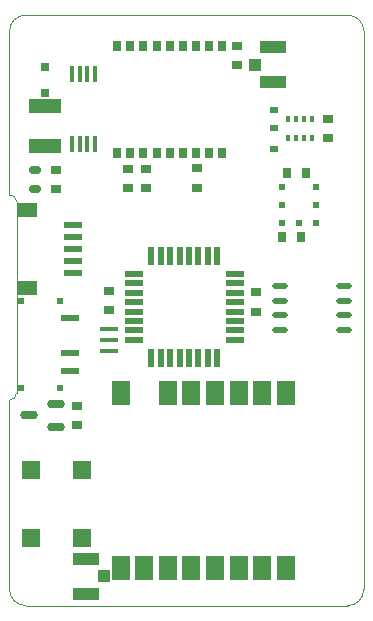
<source format=gtp>
G04 Layer_Color=8421504*
%FSLAX42Y42*%
%MOMM*%
G71*
G01*
G75*
%ADD13R,1.05X1.00*%
%ADD14R,2.20X1.05*%
%ADD15R,0.97X0.66*%
%ADD16R,0.35X0.50*%
%ADD18R,0.66X0.97*%
%ADD19R,1.60X0.30*%
%ADD20R,0.60X0.60*%
%ADD21R,1.60X0.60*%
%ADD22R,1.80X1.20*%
%ADD23R,1.55X0.60*%
%ADD24R,1.50X2.00*%
%ADD25R,0.70X0.90*%
%ADD26R,2.70X1.20*%
G04:AMPARAMS|DCode=27|XSize=0.66mm|YSize=0.97mm|CornerRadius=0.17mm|HoleSize=0mm|Usage=FLASHONLY|Rotation=270.000|XOffset=0mm|YOffset=0mm|HoleType=Round|Shape=RoundedRectangle|*
%AMROUNDEDRECTD27*
21,1,0.66,0.64,0,0,270.0*
21,1,0.33,0.97,0,0,270.0*
1,1,0.33,-0.32,-0.17*
1,1,0.33,-0.32,0.17*
1,1,0.33,0.32,0.17*
1,1,0.33,0.32,-0.17*
%
%ADD27ROUNDEDRECTD27*%
%ADD28O,1.52X0.76*%
%ADD29R,0.55X1.50*%
%ADD30R,1.50X0.55*%
%ADD31R,0.50X0.60*%
%ADD32R,0.60X0.50*%
%ADD33R,0.45X1.45*%
%ADD34O,1.35X0.50*%
%ADD35R,1.50X1.50*%
%ADD40R,0.80X0.60*%
%ADD41R,0.80X0.60*%
%ADD42C,0.10*%
%ADD54R,0.70X0.70*%
D13*
X799Y247D02*
D03*
X2080Y4580D02*
D03*
D14*
X646Y100D02*
D03*
Y395D02*
D03*
X2232Y4728D02*
D03*
Y4433D02*
D03*
D15*
X2700Y4121D02*
D03*
Y3959D02*
D03*
X1930Y4579D02*
D03*
X1930Y4741D02*
D03*
X840Y2499D02*
D03*
Y2661D02*
D03*
X2090Y2651D02*
D03*
Y2489D02*
D03*
X1590Y3701D02*
D03*
Y3539D02*
D03*
X570Y1529D02*
D03*
X570Y1691D02*
D03*
X390Y3691D02*
D03*
Y3529D02*
D03*
X1155Y3696D02*
D03*
Y3534D02*
D03*
X1005Y3696D02*
D03*
X1005Y3534D02*
D03*
D16*
X2492Y3960D02*
D03*
Y4120D02*
D03*
X2427Y3960D02*
D03*
Y4120D02*
D03*
X2558D02*
D03*
Y3960D02*
D03*
X2362D02*
D03*
Y4120D02*
D03*
D18*
X2349Y3660D02*
D03*
X2511Y3660D02*
D03*
X2309Y3120D02*
D03*
X2471Y3120D02*
D03*
D19*
X840Y2345D02*
D03*
Y2250D02*
D03*
Y2155D02*
D03*
D20*
X95Y1845D02*
D03*
Y2575D02*
D03*
X425D02*
D03*
Y1845D02*
D03*
D21*
X510Y2435D02*
D03*
Y2135D02*
D03*
Y1985D02*
D03*
D22*
X145Y2690D02*
D03*
Y3350D02*
D03*
D23*
X535Y2920D02*
D03*
Y3020D02*
D03*
Y3120D02*
D03*
Y3220D02*
D03*
Y2820D02*
D03*
D24*
X2340Y320D02*
D03*
X2140D02*
D03*
X1740D02*
D03*
X1940D02*
D03*
X1140D02*
D03*
X940D02*
D03*
X1340D02*
D03*
X1540D02*
D03*
Y1800D02*
D03*
X1340D02*
D03*
X940D02*
D03*
X1940D02*
D03*
X1740D02*
D03*
X2140D02*
D03*
X2340D02*
D03*
D25*
X1800Y3830D02*
D03*
X1690Y3830D02*
D03*
X1580D02*
D03*
X1470Y3830D02*
D03*
X1360Y3830D02*
D03*
X1250D02*
D03*
X1020D02*
D03*
X910D02*
D03*
X1130D02*
D03*
X1130Y4740D02*
D03*
X910D02*
D03*
X1020D02*
D03*
X1250D02*
D03*
X1360D02*
D03*
X1470D02*
D03*
X1580D02*
D03*
X1690D02*
D03*
X1800D02*
D03*
D26*
X300Y4230D02*
D03*
Y3890D02*
D03*
D27*
X220Y3529D02*
D03*
X220Y3691D02*
D03*
D28*
X166Y1610D02*
D03*
X394Y1704D02*
D03*
Y1516D02*
D03*
D29*
X1200Y2960D02*
D03*
X1280D02*
D03*
X1360D02*
D03*
X1440D02*
D03*
X1520D02*
D03*
X1600D02*
D03*
X1680D02*
D03*
X1760D02*
D03*
Y2100D02*
D03*
X1680D02*
D03*
X1600D02*
D03*
X1520D02*
D03*
X1440D02*
D03*
X1360D02*
D03*
X1280D02*
D03*
X1200D02*
D03*
D30*
X1910Y2810D02*
D03*
Y2730D02*
D03*
Y2650D02*
D03*
Y2570D02*
D03*
Y2490D02*
D03*
Y2410D02*
D03*
Y2330D02*
D03*
Y2250D02*
D03*
X1050D02*
D03*
Y2330D02*
D03*
Y2410D02*
D03*
Y2490D02*
D03*
Y2570D02*
D03*
Y2650D02*
D03*
Y2730D02*
D03*
Y2810D02*
D03*
D31*
X2595Y3240D02*
D03*
Y3390D02*
D03*
Y3540D02*
D03*
X2305D02*
D03*
Y3390D02*
D03*
Y3240D02*
D03*
D32*
X2450D02*
D03*
D33*
X528Y4500D02*
D03*
X528Y3910D02*
D03*
X658Y4500D02*
D03*
X593D02*
D03*
X723D02*
D03*
X658Y3910D02*
D03*
X593D02*
D03*
X723D02*
D03*
D34*
X2290Y2583D02*
D03*
X2830D02*
D03*
Y2710D02*
D03*
X2290D02*
D03*
X2830Y2457D02*
D03*
X2290D02*
D03*
X2830Y2330D02*
D03*
X2290D02*
D03*
D35*
X185Y1150D02*
D03*
X615D02*
D03*
X185Y570D02*
D03*
X615D02*
D03*
D40*
X2240Y4040D02*
D03*
Y4200D02*
D03*
D41*
Y3870D02*
D03*
D42*
X137Y5000D02*
G03*
X0Y4863I0J-137D01*
G01*
X3000D02*
G03*
X2863Y5000I-137J0D01*
G01*
X2863Y0D02*
G03*
X3000Y137I0J137D01*
G01*
X0Y137D02*
G03*
X137Y0I137J0D01*
G01*
X0Y1740D02*
G03*
X60Y1800I0J60D01*
G01*
Y3420D02*
G03*
X0Y3480I-60J0D01*
G01*
X137Y5000D02*
X2863D01*
X3000Y137D02*
Y4863D01*
X137Y0D02*
X2863D01*
X60Y1800D02*
Y3420D01*
X0Y3480D02*
Y4863D01*
Y137D02*
Y1740D01*
D54*
X300Y4340D02*
D03*
X300Y4560D02*
D03*
M02*

</source>
